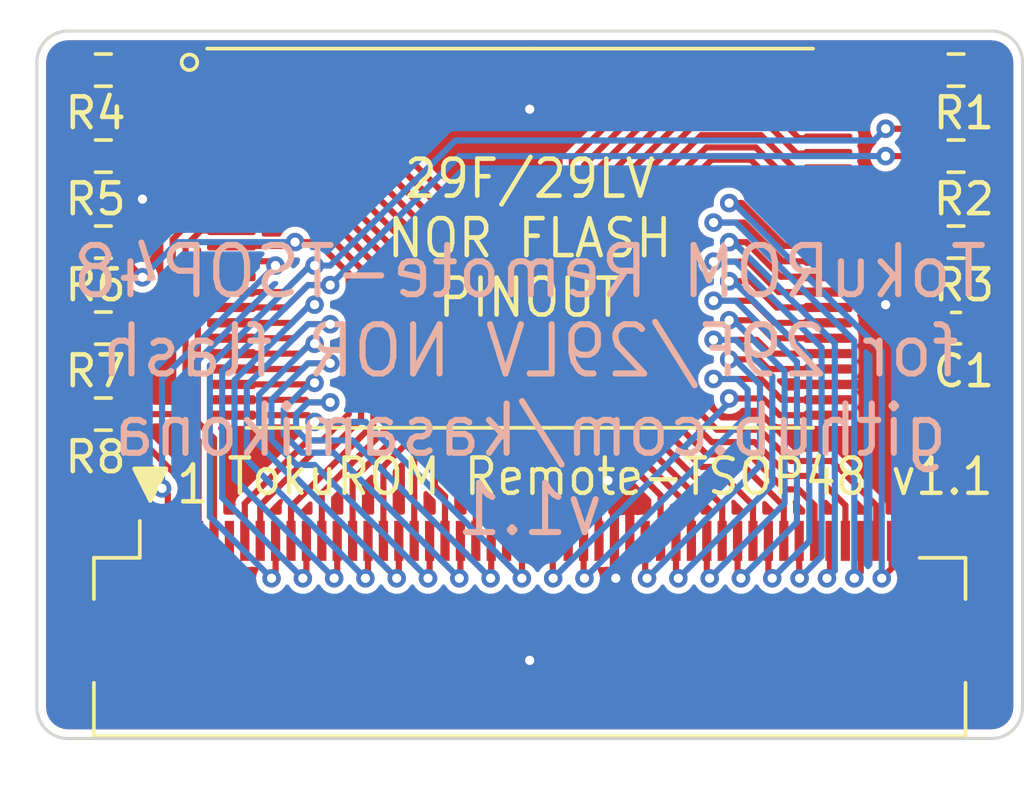
<source format=kicad_pcb>
(kicad_pcb (version 20221018) (generator pcbnew)
  (title_block (title "TokuROM Remote-TSOP48") (rev "1.1") (company "github.com/kasamikona/TokuROM"))
  (layers (0 "F.Cu" signal) (31 "B.Cu" signal) (34 "B.Paste" user) (35 "F.Paste" user) (36 "B.SilkS" user "B.Silkscreen") (37 "F.SilkS" user "F.Silkscreen") (38 "B.Mask" user) (39 "F.Mask" user) (44 "Edge.Cuts" user))
  (net 0 "")
  (net 1 "/A17")
  (net 2 "/A8")
  (net 3 "/A7")
  (net 4 "/A9")
  (net 5 "/A6")
  (net 6 "/A10")
  (net 7 "/A5")
  (net 8 "/A11")
  (net 9 "/A4")
  (net 10 "/A12")
  (net 11 "/A3")
  (net 12 "/A13")
  (net 13 "/A2")
  (net 14 "/A14")
  (net 15 "/A1")
  (net 16 "/A15")
  (net 17 "/A0")
  (net 18 "/A16")
  (net 19 "/CE")
  (net 20 "/BYTE")
  (net 21 "/GND")
  (net 22 "/OE")
  (net 23 "/D15")
  (net 24 "/D0")
  (net 25 "/D7")
  (net 26 "/D8")
  (net 27 "/D14")
  (net 28 "/D1")
  (net 29 "/D6")
  (net 30 "/D9")
  (net 31 "/D13")
  (net 32 "/D2")
  (net 33 "/D5")
  (net 34 "/D10")
  (net 35 "/D12")
  (net 36 "/D3")
  (net 37 "/D4")
  (net 38 "/D11")
  (net 39 "/VCC")
  (net 40 "/A21")
  (net 41 "/A18")
  (net 42 "/A19")
  (net 43 "/A20")
  (net 44 "/A22")
  (net 45 "/_WPACC")
  (net 46 "/_WE")
  (net 47 "/_RESET")
  (net 48 "/_RYBY")
  (footprint "Resistor_SMD:R_0603_1608Metric_Pad0.98x0.95mm_HandSolder" (layer "F.Cu") (at 16.002 18.034 180)
    (fp_text reference "R5")
    (fp_text value "10K")
  )
  (footprint "Resistor_SMD:R_0603_1608Metric_Pad0.98x0.95mm_HandSolder" (layer "F.Cu") (at 43.688 15.24)
    (fp_text reference "R1")
    (fp_text value "10K")
  )
  (footprint "Resistor_SMD:R_0603_1608Metric_Pad0.98x0.95mm_HandSolder" (layer "F.Cu") (at 16.002 15.24 180)
    (fp_text reference "R4")
    (fp_text value "10K")
  )
  (footprint "Resistor_SMD:R_0603_1608Metric_Pad0.98x0.95mm_HandSolder" (layer "F.Cu") (at 16.002 23.622 180)
    (fp_text reference "R7")
    (fp_text value "10K")
  )
  (footprint "Resistor_SMD:R_0603_1608Metric_Pad0.98x0.95mm_HandSolder" (layer "F.Cu") (at 16.002 20.828 180)
    (fp_text reference "R6")
    (fp_text value "10K")
  )
  (footprint "Resistor_SMD:R_0603_1608Metric_Pad0.98x0.95mm_HandSolder" (layer "F.Cu") (at 43.688 20.828)
    (fp_text reference "R3")
    (fp_text value "10K")
  )
  (footprint "Tokurom-Parts:FFC-50" (layer "F.Cu") (at 29.845 32.385)
    (fp_text reference "J1" hide)
    (fp_text value "FFC-50")
  )
  (footprint "Resistor_SMD:R_0603_1608Metric_Pad0.98x0.95mm_HandSolder" (layer "F.Cu") (at 16.002 26.416 180)
    (fp_text reference "R8")
    (fp_text value "10K")
  )
  (footprint "Tokurom-Parts:SolderPad-Small_Custom" (layer "F.Cu") (at 15.494 29.591 -90)
    (fp_text reference "J6" hide)
    (fp_text value "SHIELD")
  )
  (footprint "Package_SO:TSOP-I-48_18.4x12mm_P0.5mm" (layer "F.Cu") (at 29.845 20.701)
    (fp_text reference "U1" hide)
    (fp_text value "TSOP-48")
  )
  (footprint "Resistor_SMD:R_0603_1608Metric_Pad0.98x0.95mm_HandSolder" (layer "F.Cu") (at 43.688 18.034)
    (fp_text reference "R2")
    (fp_text value "10K")
  )
  (footprint "Capacitor_SMD:C_0603_1608Metric_Pad1.08x0.95mm_HandSolder" (layer "F.Cu") (at 43.688 23.622)
    (fp_text reference "C1")
    (fp_text value "100n")
  )
  (gr_circle (center 18.796 14.986) (end 19.05 14.986) (stroke (width 0.12)) (fill none) (layer "F.SilkS"))
  (gr_poly (pts (xy 17.526 29.21) (xy 18.034 28.194) (xy 17.018 28.194)) (stroke (width 0.15)) (fill solid) (layer "F.SilkS"))
  (gr_arc (start 45.847 35.941) (mid 45.54942 36.65942) (end 44.831 36.957) (stroke (width 0.1)) (layer "Edge.Cuts"))
  (gr_arc (start 44.831 13.97) (mid 45.54942 14.26758) (end 45.847 14.986) (stroke (width 0.1)) (layer "Edge.Cuts"))
  (gr_line (start 44.831 36.957) (end 14.859 36.957) (stroke (width 0.1)) (layer "Edge.Cuts"))
  (gr_arc (start 14.859 36.957) (mid 14.14058 36.65942) (end 13.843 35.941) (stroke (width 0.1)) (layer "Edge.Cuts"))
  (gr_line (start 45.847 14.986) (end 45.847 35.941) (stroke (width 0.1)) (layer "Edge.Cuts"))
  (gr_line (start 14.859 13.97) (end 44.831 13.97) (stroke (width 0.1)) (layer "Edge.Cuts"))
  (gr_line (start 13.843 35.941) (end 13.843 14.986) (stroke (width 0.1)) (layer "Edge.Cuts"))
  (gr_arc (start 13.843 14.986) (mid 14.14058 14.26758) (end 14.859 13.97) (stroke (width 0.1)) (layer "Edge.Cuts"))
  (gr_text "TokuROM Remote-TSOP48\nfor 29F/29LV NOR flash\ngithub.com/kasamikona\nv${REVISION}" (at 29.845 25.654) (layer "B.SilkS") (effects (font (size 1.6 1.5) (thickness 0.2)) (justify mirror)))
  (gr_text "29F/29LV\nNOR FLASH\nPINOUT" (at 29.845 20.701) (layer "F.SilkS") (effects (font (size 1.2 1.1))))
  (gr_text "TokuROM Remote-TSOP48 v${REVISION}" (at 19.939 28.448) (layer "F.SilkS") (effects (font (size 1.15 1.05) (thickness 0.144)) (justify left)))
  (gr_text "1" (at 18.288 28.702) (layer "F.SilkS") (effects (font (size 1.2 1.1)) (justify left)))
  (segment (start 22.646471 22.225) (end 23.368 22.225) (width 0.2) (layer "F.Cu") (net 1))
  (segment (start 20.1575 22.951) (end 21.920471 22.951) (width 0.2) (layer "F.Cu") (net 1))
  (segment (start 22.595 30.535) (end 22.595 31.634) (width 0.2) (layer "F.Cu") (net 1))
  (segment (start 21.920471 22.951) (end 22.646471 22.225) (width 0.2) (layer "F.Cu") (net 1))
  (segment (start 22.595 31.634) (end 22.479 31.75) (width 0.2) (layer "F.Cu") (net 1))
  (segment (start 42.7755 18.034) (end 41.402 18.034) (width 0.2) (layer "F.Cu") (net 1))
  (via (at 22.479 31.75) (size 0.6) (drill 0.3) (layers "F.Cu" "B.Cu") (net 1))
  (via (at 23.368 22.225) (size 0.6) (drill 0.3) (layers "F.Cu" "B.Cu") (net 1))
  (via (at 41.402 18.034) (size 0.6) (drill 0.3) (layers "F.Cu" "B.Cu") (net 1))
  (segment (start 27.559 18.034) (end 41.402 18.034) (width 0.2) (layer "B.Cu") (net 1))
  (segment (start 19.86 25.011471) (end 19.86 29.131) (width 0.2) (layer "B.Cu") (net 1))
  (segment (start 23.368 22.225) (end 22.646471 22.225) (width 0.2) (layer "B.Cu") (net 1))
  (segment (start 22.646471 22.225) (end 19.86 25.011471) (width 0.2) (layer "B.Cu") (net 1))
  (segment (start 19.86 29.131) (end 22.479 31.75) (width 0.2) (layer "B.Cu") (net 1))
  (segment (start 23.368 22.225) (end 27.559 18.034) (width 0.2) (layer "B.Cu") (net 1))
  (segment (start 25.168 26.913058) (end 25.168 21.328314) (width 0.2) (layer "F.Cu") (net 2))
  (segment (start 23.095 28.986058) (end 25.168 26.913058) (width 0.2) (layer "F.Cu") (net 2))
  (segment (start 23.095 30.535) (end 23.095 28.986058) (width 0.2) (layer "F.Cu") (net 2))
  (segment (start 22.290686 18.451) (end 20.1575 18.451) (width 0.2) (layer "F.Cu") (net 2))
  (segment (start 25.168 21.328314) (end 22.290686 18.451) (width 0.2) (layer "F.Cu") (net 2))
  (segment (start 23.595 31.65) (end 23.495 31.75) (width 0.2) (layer "F.Cu") (net 3))
  (segment (start 20.1575 23.451) (end 22.124785 23.451) (width 0.2) (layer "F.Cu") (net 3))
  (segment (start 22.715785 22.86) (end 22.86 22.86) (width 0.2) (layer "F.Cu") (net 3))
  (segment (start 23.595 30.535) (end 23.595 31.65) (width 0.2) (layer "F.Cu") (net 3))
  (segment (start 22.124785 23.451) (end 22.715785 22.86) (width 0.2) (layer "F.Cu") (net 3))
  (via (at 23.495 31.75) (size 0.6) (drill 0.3) (layers "F.Cu" "B.Cu") (net 3))
  (via (at 22.86 22.86) (size 0.6) (drill 0.3) (layers "F.Cu" "B.Cu") (net 3))
  (segment (start 20.26 28.515) (end 23.495 31.75) (width 0.2) (layer "B.Cu") (net 3))
  (segment (start 22.715785 22.86) (end 20.26 25.315785) (width 0.2) (layer "B.Cu") (net 3))
  (segment (start 20.26 25.315785) (end 20.26 28.515) (width 0.2) (layer "B.Cu") (net 3))
  (segment (start 22.86 22.86) (end 22.715785 22.86) (width 0.2) (layer "B.Cu") (net 3))
  (segment (start 24.095 28.551744) (end 25.568 27.078743) (width 0.2) (layer "F.Cu") (net 4))
  (segment (start 25.568 27.078743) (end 25.568 21.162628) (width 0.2) (layer "F.Cu") (net 4))
  (segment (start 22.356372 17.951) (end 20.1575 17.951) (width 0.2) (layer "F.Cu") (net 4))
  (segment (start 24.095 30.535) (end 24.095 28.551744) (width 0.2) (layer "F.Cu") (net 4))
  (segment (start 25.568 21.162628) (end 22.356372 17.951) (width 0.2) (layer "F.Cu") (net 4))
  (segment (start 24.595 30.535) (end 24.595 31.666) (width 0.2) (layer "F.Cu") (net 5))
  (segment (start 22.646471 23.495) (end 23.368 23.495) (width 0.2) (layer "F.Cu") (net 5))
  (segment (start 24.595 31.666) (end 24.511 31.75) (width 0.2) (layer "F.Cu") (net 5))
  (segment (start 22.190471 23.951) (end 22.646471 23.495) (width 0.2) (layer "F.Cu") (net 5))
  (segment (start 20.1575 23.951) (end 22.190471 23.951) (width 0.2) (layer "F.Cu") (net 5))
  (via (at 24.511 31.75) (size 0.6) (drill 0.3) (layers "F.Cu" "B.Cu") (net 5))
  (via (at 23.368 23.495) (size 0.6) (drill 0.3) (layers "F.Cu" "B.Cu") (net 5))
  (segment (start 20.66 25.481471) (end 20.66 27.899) (width 0.2) (layer "B.Cu") (net 5))
  (segment (start 23.368 23.495) (end 22.646471 23.495) (width 0.2) (layer "B.Cu") (net 5))
  (segment (start 20.66 27.899) (end 24.511 31.75) (width 0.2) (layer "B.Cu") (net 5))
  (segment (start 22.646471 23.495) (end 20.66 25.481471) (width 0.2) (layer "B.Cu") (net 5))
  (segment (start 25.968 27.24443) (end 25.968 20.996942) (width 0.2) (layer "F.Cu") (net 6))
  (segment (start 25.095 28.11743) (end 25.968 27.24443) (width 0.2) (layer "F.Cu") (net 6))
  (segment (start 25.968 20.996942) (end 22.422058 17.451) (width 0.2) (layer "F.Cu") (net 6))
  (segment (start 22.422058 17.451) (end 20.1575 17.451) (width 0.2) (layer "F.Cu") (net 6))
  (segment (start 25.095 30.535) (end 25.095 28.11743) (width 0.2) (layer "F.Cu") (net 6))
  (segment (start 25.595 31.682) (end 25.527 31.75) (width 0.2) (layer "F.Cu") (net 7))
  (segment (start 22.715785 24.13) (end 22.86 24.13) (width 0.2) (layer "F.Cu") (net 7))
  (segment (start 22.394785 24.451) (end 22.715785 24.13) (width 0.2) (layer "F.Cu") (net 7))
  (segment (start 20.1575 24.451) (end 22.394785 24.451) (width 0.2) (layer "F.Cu") (net 7))
  (segment (start 25.595 30.535) (end 25.595 31.682) (width 0.2) (layer "F.Cu") (net 7))
  (via (at 25.527 31.75) (size 0.6) (drill 0.3) (layers "F.Cu" "B.Cu") (net 7))
  (via (at 22.86 24.13) (size 0.6) (drill 0.3) (layers "F.Cu" "B.Cu") (net 7))
  (segment (start 21.06 25.785785) (end 22.715785 24.13) (width 0.2) (layer "B.Cu") (net 7))
  (segment (start 22.114413 28.469999) (end 21.06 27.415584) (width 0.2) (layer "B.Cu") (net 7))
  (segment (start 21.06 27.415584) (end 21.06 25.785785) (width 0.2) (layer "B.Cu") (net 7))
  (segment (start 22.715785 24.13) (end 22.86 24.13) (width 0.2) (layer "B.Cu") (net 7))
  (segment (start 22.246999 28.469999) (end 25.527 31.75) (width 0.2) (layer "B.Cu") (net 7))
  (segment (start 22.114413 28.469999) (end 22.246999 28.469999) (width 0.2) (layer "B.Cu") (net 7))
  (segment (start 26.095 27.683116) (end 26.368 27.410115) (width 0.2) (layer "F.Cu") (net 8))
  (segment (start 26.368 20.831256) (end 22.487744 16.951) (width 0.2) (layer "F.Cu") (net 8))
  (segment (start 22.487744 16.951) (end 20.1575 16.951) (width 0.2) (layer "F.Cu") (net 8))
  (segment (start 26.095 30.535) (end 26.095 27.683116) (width 0.2) (layer "F.Cu") (net 8))
  (segment (start 26.368 27.410115) (end 26.368 20.831256) (width 0.2) (layer "F.Cu") (net 8))
  (segment (start 22.646471 24.765) (end 23.368 24.765) (width 0.2) (layer "F.Cu") (net 9))
  (segment (start 20.1575 24.951) (end 22.460471 24.951) (width 0.2) (layer "F.Cu") (net 9))
  (segment (start 26.595 31.698) (end 26.543 31.75) (width 0.2) (layer "F.Cu") (net 9))
  (segment (start 22.460471 24.951) (end 22.646471 24.765) (width 0.2) (layer "F.Cu") (net 9))
  (segment (start 26.595 30.535) (end 26.595 31.698) (width 0.2) (layer "F.Cu") (net 9))
  (via (at 26.543 31.75) (size 0.6) (drill 0.3) (layers "F.Cu" "B.Cu") (net 9))
  (via (at 23.368 24.765) (size 0.6) (drill 0.3) (layers "F.Cu" "B.Cu") (net 9))
  (segment (start 21.46 27.249899) (end 22.280099 28.069999) (width 0.2) (layer "B.Cu") (net 9))
  (segment (start 21.46 25.951471) (end 21.46 27.249899) (width 0.2) (layer "B.Cu") (net 9))
  (segment (start 22.646471 24.765) (end 21.46 25.951471) (width 0.2) (layer "B.Cu") (net 9))
  (segment (start 22.862999 28.069999) (end 26.543 31.75) (width 0.2) (layer "B.Cu") (net 9))
  (segment (start 23.368 24.765) (end 22.646471 24.765) (width 0.2) (layer "B.Cu") (net 9))
  (segment (start 22.280099 28.069999) (end 22.862999 28.069999) (width 0.2) (layer "B.Cu") (net 9))
  (segment (start 26.768 20.665571) (end 26.768 28.756) (width 0.2) (layer "F.Cu") (net 10))
  (segment (start 26.768 28.756) (end 27.095 29.083) (width 0.2) (layer "F.Cu") (net 10))
  (segment (start 20.1575 16.451) (end 22.55343 16.451) (width 0.2) (layer "F.Cu") (net 10))
  (segment (start 22.55343 16.451) (end 26.768 20.665571) (width 0.2) (layer "F.Cu") (net 10))
  (segment (start 27.095 29.083) (end 27.095 30.535) (width 0.2) (layer "F.Cu") (net 10))
  (segment (start 20.1575 25.451) (end 22.809 25.451) (width 0.2) (layer "F.Cu") (net 11))
  (segment (start 27.595 30.535) (end 27.595 31.714) (width 0.2) (layer "F.Cu") (net 11))
  (segment (start 27.595 31.714) (end 27.559 31.75) (width 0.2) (layer "F.Cu") (net 11))
  (segment (start 22.809 25.451) (end 22.86 25.4) (width 0.2) (layer "F.Cu") (net 11))
  (via (at 27.559 31.75) (size 0.6) (drill 0.3) (layers "F.Cu" "B.Cu") (net 11))
  (via (at 22.86 25.4) (size 0.6) (drill 0.3) (layers "F.Cu" "B.Cu") (net 11))
  (segment (start 21.86 26.255785) (end 21.86 27.084214) (width 0.2) (layer "B.Cu") (net 11))
  (segment (start 22.445785 27.67) (end 23.479 27.67) (width 0.2) (layer "B.Cu") (net 11))
  (segment (start 21.86 27.084214) (end 22.445785 27.67) (width 0.2) (layer "B.Cu") (net 11))
  (segment (start 22.86 25.4) (end 22.715785 25.4) (width 0.2) (layer "B.Cu") (net 11))
  (segment (start 22.715785 25.4) (end 21.86 26.255785) (width 0.2) (layer "B.Cu") (net 11))
  (segment (start 23.479 27.67) (end 27.559 31.75) (width 0.2) (layer "B.Cu") (net 11))
  (segment (start 27.168 28.156) (end 28.095 29.083) (width 0.2) (layer "F.Cu") (net 12))
  (segment (start 22.619115 15.951) (end 27.168 20.499886) (width 0.2) (layer "F.Cu") (net 12))
  (segment (start 20.1575 15.951) (end 22.619115 15.951) (width 0.2) (layer "F.Cu") (net 12))
  (segment (start 27.168 20.499886) (end 27.168 28.156) (width 0.2) (layer "F.Cu") (net 12))
  (segment (start 28.095 29.083) (end 28.095 30.535) (width 0.2) (layer "F.Cu") (net 12))
  (segment (start 28.595 30.535) (end 28.595 31.73) (width 0.2) (layer "F.Cu") (net 13))
  (segment (start 22.562471 25.951) (end 22.646471 26.035) (width 0.2) (layer "F.Cu") (net 13))
  (segment (start 20.1575 25.951) (end 22.562471 25.951) (width 0.2) (layer "F.Cu") (net 13))
  (segment (start 28.595 31.73) (end 28.575 31.75) (width 0.2) (layer "F.Cu") (net 13))
  (segment (start 22.646471 26.035) (end 23.368 26.035) (width 0.2) (layer "F.Cu") (net 13))
  (via (at 28.575 31.75) (size 0.6) (drill 0.3) (layers "F.Cu" "B.Cu") (net 13))
  (via (at 23.368 26.035) (size 0.6) (drill 0.3) (layers "F.Cu" "B.Cu") (net 13))
  (segment (start 22.26 26.918529) (end 22.611471 27.27) (width 0.2) (layer "B.Cu") (net 13))
  (segment (start 24.095 27.27) (end 28.575 31.75) (width 0.2) (layer "B.Cu") (net 13))
  (segment (start 22.26 26.421471) (end 22.26 26.918529) (width 0.2) (layer "B.Cu") (net 13))
  (segment (start 22.611471 27.27) (end 24.095 27.27) (width 0.2) (layer "B.Cu") (net 13))
  (segment (start 22.646471 26.035) (end 22.26 26.421471) (width 0.2) (layer "B.Cu") (net 13))
  (segment (start 23.368 26.035) (end 22.646471 26.035) (width 0.2) (layer "B.Cu") (net 13))
  (segment (start 27.238901 20.005099) (end 27.568 20.334201) (width 0.2) (layer "F.Cu") (net 14))
  (segment (start 20.1575 15.451) (end 22.684801 15.451) (width 0.2) (layer "F.Cu") (net 14))
  (segment (start 27.568 27.556) (end 29.095 29.083) (width 0.2) (layer "F.Cu") (net 14))
  (segment (start 27.568 20.334201) (end 27.568 27.556) (width 0.2) (layer "F.Cu") (net 14))
  (segment (start 22.684801 15.451) (end 27.238901 20.005099) (width 0.2) (layer "F.Cu") (net 14))
  (segment (start 29.095 29.083) (end 29.095 30.535) (width 0.2) (layer "F.Cu") (net 14))
  (segment (start 29.595 30.535) (end 29.595 31.746) (width 0.2) (layer "F.Cu") (net 15))
  (segment (start 22.641 26.451) (end 22.86 26.67) (width 0.2) (layer "F.Cu") (net 15))
  (segment (start 29.595 31.746) (end 29.591 31.75) (width 0.2) (layer "F.Cu") (net 15))
  (segment (start 20.1575 26.451) (end 22.641 26.451) (width 0.2) (layer "F.Cu") (net 15))
  (via (at 29.591 31.75) (size 0.6) (drill 0.3) (layers "F.Cu" "B.Cu") (net 15))
  (via (at 22.86 26.67) (size 0.6) (drill 0.3) (layers "F.Cu" "B.Cu") (net 15))
  (segment (start 24.511 26.67) (end 29.591 31.75) (width 0.2) (layer "B.Cu") (net 15))
  (segment (start 22.86 26.67) (end 24.511 26.67) (width 0.2) (layer "B.Cu") (net 15))
  (segment (start 22.755685 14.951) (end 27.968 20.163316) (width 0.2) (layer "F.Cu") (net 16))
  (segment (start 27.967999 26.955999) (end 30.095 29.083) (width 0.2) (layer "F.Cu") (net 16))
  (segment (start 27.968 20.163316) (end 27.967999 26.955999) (width 0.2) (layer "F.Cu") (net 16))
  (segment (start 30.095 29.083) (end 30.095 30.535) (width 0.2) (layer "F.Cu") (net 16))
  (segment (start 20.1575 14.951) (end 22.755685 14.951) (width 0.2) (layer "F.Cu") (net 16))
  (segment (start 37.423638 25.908) (end 37.966638 26.451) (width 0.2) (layer "F.Cu") (net 17))
  (segment (start 30.595 31.738) (end 30.607 31.75) (width 0.2) (layer "F.Cu") (net 17))
  (segment (start 36.322 25.908) (end 37.423638 25.908) (width 0.2) (layer "F.Cu") (net 17))
  (segment (start 37.966638 26.451) (end 39.5325 26.451) (width 0.2) (layer "F.Cu") (net 17))
  (segment (start 30.595 30.535) (end 30.595 31.738) (width 0.2) (layer "F.Cu") (net 17))
  (via (at 30.607 31.75) (size 0.6) (drill 0.3) (layers "F.Cu" "B.Cu") (net 17))
  (via (at 36.322 25.908) (size 0.6) (drill 0.3) (layers "F.Cu" "B.Cu") (net 17))
  (segment (start 36.322 26.035) (end 36.322 25.908) (width 0.2) (layer "B.Cu") (net 17))
  (segment (start 30.607 31.75) (end 36.322 26.035) (width 0.2) (layer "B.Cu") (net 17))
  (segment (start 34.423614 14.951001) (end 31.214 18.160616) (width 0.2) (layer "F.Cu") (net 18))
  (segment (start 42.7755 15.24) (end 42.4865 14.951) (width 0.2) (layer "F.Cu") (net 18))
  (segment (start 31.214 28.964) (end 31.095 29.083) (width 0.2) (layer "F.Cu") (net 18))
  (segment (start 31.095 29.083) (end 31.095 30.535) (width 0.2) (layer "F.Cu") (net 18))
  (segment (start 42.4865 14.951) (end 39.5325 14.951) (width 0.2) (layer "F.Cu") (net 18))
  (segment (start 39.5325 14.951) (end 34.423614 14.951001) (width 0.2) (layer "F.Cu") (net 18))
  (segment (start 31.214 18.160616) (end 31.214 28.964) (width 0.2) (layer "F.Cu") (net 18))
  (segment (start 31.595 30.535) (end 31.595 31.722) (width 0.2) (layer "F.Cu") (net 19))
  (segment (start 31.595 31.722) (end 31.623 31.75) (width 0.2) (layer "F.Cu") (net 19))
  (segment (start 35.814 25.273) (end 37.354323 25.273) (width 0.2) (layer "F.Cu") (net 19))
  (segment (start 38.032323 25.951) (end 39.5325 25.951) (width 0.2) (layer "F.Cu") (net 19))
  (segment (start 37.354323 25.273) (end 38.032323 25.951) (width 0.2) (layer "F.Cu") (net 19))
  (via (at 35.814 25.273) (size 0.6) (drill 0.3) (layers "F.Cu" "B.Cu") (net 19))
  (via (at 31.623 31.75) (size 0.6) (drill 0.3) (layers "F.Cu" "B.Cu") (net 19))
  (segment (start 35.814 25.273) (end 36.576 25.273) (width 0.2) (layer "B.Cu") (net 19))
  (segment (start 36.576 25.273) (end 36.922 25.619) (width 0.2) (layer "B.Cu") (net 19))
  (segment (start 36.922 25.619) (end 36.922 26.451) (width 0.2) (layer "B.Cu") (net 19))
  (segment (start 36.922 26.451) (end 31.623 31.75) (width 0.2) (layer "B.Cu") (net 19))
  (segment (start 38.581 15.451) (end 38.481 15.351) (width 0.2) (layer "F.Cu") (net 20))
  (segment (start 31.614 28.9) (end 32.095 29.381) (width 0.2) (layer "F.Cu") (net 20))
  (segment (start 39.5325 15.451) (end 38.581 15.451) (width 0.2) (layer "F.Cu") (net 20))
  (segment (start 31.614 18.326301) (end 31.614 28.9) (width 0.2) (layer "F.Cu") (net 20))
  (segment (start 38.481 15.351) (end 34.5893 15.351001) (width 0.2) (layer "F.Cu") (net 20))
  (segment (start 34.5893 15.351001) (end 31.614 18.326301) (width 0.2) (layer "F.Cu") (net 20))
  (segment (start 32.095 29.381) (end 32.095 30.535) (width 0.2) (layer "F.Cu") (net 20))
  (via (at 32.385 28.575) (size 0.6) (drill 0.3) (layers "F.Cu" "B.Cu") (net 21))
  (via (at 17.272 19.431) (size 0.6) (drill 0.3) (layers "F.Cu" "B.Cu") (net 21))
  (via (at 29.845 16.51) (size 0.6) (drill 0.3) (layers "F.Cu" "B.Cu") (net 21))
  (via (at 32.639 31.75) (size 0.6) (drill 0.3) (layers "F.Cu" "B.Cu") (net 21))
  (via (at 41.402 22.86) (size 0.6) (drill 0.3) (layers "F.Cu" "B.Cu") (net 21))
  (via (at 29.845 34.417) (size 0.6) (drill 0.3) (layers "F.Cu" "B.Cu") (net 21))
  (segment (start 33.595 31.69) (end 33.655 31.75) (width 0.2) (layer "F.Cu") (net 22))
  (segment (start 37.285009 24.638) (end 37.598009 24.951) (width 0.2) (layer "F.Cu") (net 22))
  (segment (start 36.322 24.638) (end 37.285009 24.638) (width 0.2) (layer "F.Cu") (net 22))
  (segment (start 37.598009 24.951) (end 39.5325 24.951) (width 0.2) (layer "F.Cu") (net 22))
  (segment (start 33.595 30.535) (end 33.595 31.69) (width 0.2) (layer "F.Cu") (net 22))
  (via (at 33.655 31.75) (size 0.6) (drill 0.3) (layers "F.Cu" "B.Cu") (net 22))
  (via (at 36.322 24.638) (size 0.6) (drill 0.3) (layers "F.Cu" "B.Cu") (net 22))
  (segment (start 37.322 28.083) (end 33.655 31.75) (width 0.2) (layer "B.Cu") (net 22))
  (segment (start 36.506686 24.638) (end 37.322 25.453314) (width 0.2) (layer "B.Cu") (net 22))
  (segment (start 37.322 25.453314) (end 37.322 28.083) (width 0.2) (layer "B.Cu") (net 22))
  (segment (start 36.322 24.638) (end 36.506686 24.638) (width 0.2) (layer "B.Cu") (net 22))
  (segment (start 32.014 18.491991) (end 32.014 26.974016) (width 0.2) (layer "F.Cu") (net 23))
  (segment (start 38.01467 15.751) (end 34.754986 15.751001) (width 0.2) (layer "F.Cu") (net 23))
  (segment (start 39.5325 16.451) (end 38.71467 16.451) (width 0.2) (layer "F.Cu") (net 23))
  (segment (start 34.754986 15.751001) (end 32.014 18.491991) (width 0.2) (layer "F.Cu") (net 23))
  (segment (start 32.014 26.974016) (end 34.095 29.055015) (width 0.2) (layer "F.Cu") (net 23))
  (segment (start 38.71467 16.451) (end 38.01467 15.751) (width 0.2) (layer "F.Cu") (net 23))
  (segment (start 34.095 29.055015) (end 34.095 30.535) (width 0.2) (layer "F.Cu") (net 23))
  (segment (start 34.595 30.535) (end 34.595 31.674) (width 0.2) (layer "F.Cu") (net 24))
  (segment (start 35.814 24.003) (end 37.215695 24.003) (width 0.2) (layer "F.Cu") (net 24))
  (segment (start 34.595 31.674) (end 34.671 31.75) (width 0.2) (layer "F.Cu") (net 24))
  (segment (start 37.215695 24.003) (end 37.663695 24.451) (width 0.2) (layer "F.Cu") (net 24))
  (segment (start 37.663695 24.451) (end 39.5325 24.451) (width 0.2) (layer "F.Cu") (net 24))
  (via (at 35.814 24.003) (size 0.6) (drill 0.3) (layers "F.Cu" "B.Cu") (net 24))
  (via (at 34.671 31.75) (size 0.6) (drill 0.3) (layers "F.Cu" "B.Cu") (net 24))
  (segment (start 35.814 24.003) (end 36.535529 24.003) (width 0.2) (layer "B.Cu") (net 24))
  (segment (start 36.535529 24.003) (end 37.722 25.189471) (width 0.2) (layer "B.Cu") (net 24))
  (segment (start 37.722 28.699) (end 34.671 31.75) (width 0.2) (layer "B.Cu") (net 24))
  (segment (start 37.722 25.189471) (end 37.722 28.699) (width 0.2) (layer "B.Cu") (net 24))
  (segment (start 35.095 30.535) (end 35.095 29.489328) (width 0.2) (layer "F.Cu") (net 25))
  (segment (start 34.920672 16.151) (end 37.848984 16.151) (width 0.2) (layer "F.Cu") (net 25))
  (segment (start 32.414 18.657676) (end 34.920672 16.151) (width 0.2) (layer "F.Cu") (net 25))
  (segment (start 38.648984 16.951) (end 39.5325 16.951) (width 0.2) (layer "F.Cu") (net 25))
  (segment (start 32.414 26.808329) (end 32.414 18.657676) (width 0.2) (layer "F.Cu") (net 25))
  (segment (start 35.095 29.489328) (end 32.414 26.808329) (width 0.2) (layer "F.Cu") (net 25))
  (segment (start 37.848984 16.151) (end 38.648984 16.951) (width 0.2) (layer "F.Cu") (net 25))
  (segment (start 37.146381 23.368) (end 37.72938 23.951) (width 0.2) (layer "F.Cu") (net 26))
  (segment (start 36.322 23.368) (end 37.146381 23.368) (width 0.2) (layer "F.Cu") (net 26))
  (segment (start 35.595 31.658) (end 35.687 31.75) (width 0.2) (layer "F.Cu") (net 26))
  (segment (start 37.72938 23.951) (end 39.5325 23.951) (width 0.2) (layer "F.Cu") (net 26))
  (segment (start 35.595 30.535) (end 35.595 31.658) (width 0.2) (layer "F.Cu") (net 26))
  (via (at 36.322 23.368) (size 0.6) (drill 0.3) (layers "F.Cu" "B.Cu") (net 26))
  (via (at 35.687 31.75) (size 0.6) (drill 0.3) (layers "F.Cu" "B.Cu") (net 26))
  (segment (start 36.466215 23.368) (end 38.122 25.023785) (width 0.2) (layer "B.Cu") (net 26))
  (segment (start 38.122 29.315) (end 35.687 31.75) (width 0.2) (layer "B.Cu") (net 26))
  (segment (start 38.122 25.023785) (end 38.122 29.315) (width 0.2) (layer "B.Cu") (net 26))
  (segment (start 36.322 23.368) (end 36.466215 23.368) (width 0.2) (layer "B.Cu") (net 26))
  (segment (start 35.102358 28.931001) (end 35.645 28.931) (width 0.2) (layer "F.Cu") (net 27))
  (segment (start 35.645 28.931) (end 36.095 29.381) (width 0.2) (layer "F.Cu") (net 27))
  (segment (start 32.814 18.823361) (end 32.814 26.642643) (width 0.2) (layer "F.Cu") (net 27))
  (segment (start 35.086355 16.551002) (end 32.814 18.823361) (width 0.2) (layer "F.Cu") (net 27))
  (segment (start 32.814 26.642643) (end 35.102358 28.931001) (width 0.2) (layer "F.Cu") (net 27))
  (segment (start 39.5325 17.451) (end 38.583298 17.451) (width 0.2) (layer "F.Cu") (net 27))
  (segment (start 37.683298 16.551) (end 35.086355 16.551002) (width 0.2) (layer "F.Cu") (net 27))
  (segment (start 36.095 29.381) (end 36.095 30.535) (width 0.2) (layer "F.Cu") (net 27))
  (segment (start 38.583298 17.451) (end 37.683298 16.551) (width 0.2) (layer "F.Cu") (net 27))
  (segment (start 35.814 22.733) (end 37.077067 22.733) (width 0.2) (layer "F.Cu") (net 28))
  (segment (start 37.795066 23.451) (end 39.5325 23.451) (width 0.2) (layer "F.Cu") (net 28))
  (segment (start 36.595 30.535) (end 36.595 31.642) (width 0.2) (layer "F.Cu") (net 28))
  (segment (start 36.595 31.642) (end 36.703 31.75) (width 0.2) (layer "F.Cu") (net 28))
  (segment (start 37.077067 22.733) (end 37.795066 23.451) (width 0.2) (layer "F.Cu") (net 28))
  (via (at 35.814 22.733) (size 0.6) (drill 0.3) (layers "F.Cu" "B.Cu") (net 28))
  (via (at 36.703 31.75) (size 0.6) (drill 0.3) (layers "F.Cu" "B.Cu") (net 28))
  (segment (start 38.522 29.931) (end 36.703 31.75) (width 0.2) (layer "B.Cu") (net 28))
  (segment (start 35.814 22.733) (end 36.535529 22.733) (width 0.2) (layer "B.Cu") (net 28))
  (segment (start 38.522 24.719471) (end 38.522 29.931) (width 0.2) (layer "B.Cu") (net 28))
  (segment (start 36.535529 22.733) (end 38.522 24.719471) (width 0.2) (layer "B.Cu") (net 28))
  (segment (start 37.517612 16.951) (end 35.252041 16.951002) (width 0.2) (layer "F.Cu") (net 29))
  (segment (start 39.5325 17.951) (end 38.517612 17.951) (width 0.2) (layer "F.Cu") (net 29))
  (segment (start 35.252041 16.951002) (end 33.214 18.989046) (width 0.2) (layer "F.Cu") (net 29))
  (segment (start 35.268044 28.531001) (end 36.245001 28.531001) (width 0.2) (layer "F.Cu") (net 29))
  (segment (start 38.517612 17.951) (end 37.517612 16.951) (width 0.2) (layer "F.Cu") (net 29))
  (segment (start 33.214 26.476957) (end 35.268044 28.531001) (width 0.2) (layer "F.Cu") (net 29))
  (segment (start 37.095 29.381) (end 37.095 30.535) (width 0.2) (layer "F.Cu") (net 29))
  (segment (start 36.245001 28.531001) (end 37.095 29.381) (width 0.2) (layer "F.Cu") (net 29))
  (segment (start 33.214 18.989046) (end 33.214 26.476957) (width 0.2) (layer "F.Cu") (net 29))
  (segment (start 36.322 22.098) (end 37.007752 22.098) (width 0.2) (layer "F.Cu") (net 30))
  (segment (start 37.595 30.535) (end 37.595 31.626) (width 0.2) (layer "F.Cu") (net 30))
  (segment (start 37.595 31.626) (end 37.719 31.75) (width 0.2) (layer "F.Cu") (net 30))
  (segment (start 37.007752 22.098) (end 37.860752 22.951) (width 0.2) (layer "F.Cu") (net 30))
  (segment (start 37.860752 22.951) (end 39.5325 22.951) (width 0.2) (layer "F.Cu") (net 30))
  (via (at 36.322 22.098) (size 0.6) (drill 0.3) (layers "F.Cu" "B.Cu") (net 30))
  (via (at 37.719 31.75) (size 0.6) (drill 0.3) (layers "F.Cu" "B.Cu") (net 30))
  (segment (start 38.922 24.553785) (end 38.922 30.547) (width 0.2) (layer "B.Cu") (net 30))
  (segment (start 38.922 30.547) (end 37.719 31.75) (width 0.2) (layer "B.Cu") (net 30))
  (segment (start 36.322 22.098) (end 36.466215 22.098) (width 0.2) (layer "B.Cu") (net 30))
  (segment (start 36.466215 22.098) (end 38.922 24.553785) (width 0.2) (layer "B.Cu") (net 30))
  (segment (start 35.43373 28.131001) (end 36.818212 28.131002) (width 0.2) (layer "F.Cu") (net 31))
  (segment (start 33.614 19.154731) (end 33.614 26.311271) (width 0.2) (layer "F.Cu") (net 31))
  (segment (start 39.5325 18.451) (end 38.451926 18.451) (width 0.2) (layer "F.Cu") (net 31))
  (segment (start 35.417727 17.351001) (end 33.614 19.154731) (width 0.2) (layer "F.Cu") (net 31))
  (segment (start 38.095 29.381) (end 38.095 30.535) (width 0.2) (layer "F.Cu") (net 31))
  (segment (start 33.614 26.311271) (end 35.43373 28.131001) (width 0.2) (layer "F.Cu") (net 31))
  (segment (start 38.451926 18.451) (end 37.351926 17.351) (width 0.2) (layer "F.Cu") (net 31))
  (segment (start 36.818212 28.131002) (end 38.01821 29.331) (width 0.2) (layer "F.Cu") (net 31))
  (segment (start 38.01821 29.331) (end 38.045 29.331) (width 0.2) (layer "F.Cu") (net 31))
  (segment (start 38.045 29.331) (end 38.095 29.381) (width 0.2) (layer "F.Cu") (net 31))
  (segment (start 37.351926 17.351) (end 35.417727 17.351001) (width 0.2) (layer "F.Cu") (net 31))
  (segment (start 36.938438 21.463) (end 37.926438 22.451) (width 0.2) (layer "F.Cu") (net 32))
  (segment (start 37.926438 22.451) (end 39.5325 22.451) (width 0.2) (layer "F.Cu") (net 32))
  (segment (start 35.814 21.463) (end 36.938438 21.463) (width 0.2) (layer "F.Cu") (net 32))
  (segment (start 38.595 31.61) (end 38.595 30.535) (width 0.2) (layer "F.Cu") (net 32))
  (segment (start 38.608 31.75) (end 38.595 31.61) (width 0.2) (layer "F.Cu") (net 32))
  (via (at 38.608 31.75) (size 0.6) (drill 0.3) (layers "F.Cu" "B.Cu") (net 32))
  (via (at 35.814 21.463) (size 0.6) (drill 0.3) (layers "F.Cu" "B.Cu") (net 32))
  (segment (start 36.535529 21.463) (end 35.814 21.463) (width 0.2) (layer "B.Cu") (net 32))
  (segment (start 39.322 31.036) (end 39.322 24.249471) (width 0.2) (layer "B.Cu") (net 32))
  (segment (start 38.608 31.75) (end 39.322 31.036) (width 0.2) (layer "B.Cu") (net 32))
  (segment (start 39.322 24.249471) (end 36.535529 21.463) (width 0.2) (layer "B.Cu") (net 32))
  (segment (start 39.5325 18.951) (end 38.38624 18.951) (width 0.2) (layer "F.Cu") (net 33))
  (segment (start 36.977681 27.724785) (end 38.114396 28.8615) (width 0.2) (layer "F.Cu") (net 33))
  (segment (start 38.5755 28.8615) (end 39.095 29.381) (width 0.2) (layer "F.Cu") (net 33))
  (segment (start 38.38624 18.951) (end 37.18624 17.751) (width 0.2) (layer "F.Cu") (net 33))
  (segment (start 34.014 19.320416) (end 34.014 26.145585) (width 0.2) (layer "F.Cu") (net 33))
  (segment (start 35.593199 27.724786) (end 36.977681 27.724785) (width 0.2) (layer "F.Cu") (net 33))
  (segment (start 34.014 26.145585) (end 35.593199 27.724786) (width 0.2) (layer "F.Cu") (net 33))
  (segment (start 38.114396 28.8615) (end 38.5755 28.8615) (width 0.2) (layer "F.Cu") (net 33))
  (segment (start 39.095 29.381) (end 39.095 30.535) (width 0.2) (layer "F.Cu") (net 33))
  (segment (start 35.583413 17.751) (end 34.014 19.320416) (width 0.2) (layer "F.Cu") (net 33))
  (segment (start 37.18624 17.751) (end 35.583413 17.751) (width 0.2) (layer "F.Cu") (net 33))
  (segment (start 37.992124 21.951) (end 39.5325 21.951) (width 0.2) (layer "F.Cu") (net 34))
  (segment (start 39.595 31.652) (end 39.497 31.75) (width 0.2) (layer "F.Cu") (net 34))
  (segment (start 36.322 20.828) (end 36.869124 20.828) (width 0.2) (layer "F.Cu") (net 34))
  (segment (start 39.595 30.535) (end 39.595 31.652) (width 0.2) (layer "F.Cu") (net 34))
  (segment (start 36.869124 20.828) (end 37.992124 21.951) (width 0.2) (layer "F.Cu") (net 34))
  (via (at 39.497 31.75) (size 0.6) (drill 0.3) (layers "F.Cu" "B.Cu") (net 34))
  (via (at 36.322 20.828) (size 0.6) (drill 0.3) (layers "F.Cu" "B.Cu") (net 34))
  (segment (start 39.751 24.112785) (end 39.751 31.496) (width 0.2) (layer "B.Cu") (net 34))
  (segment (start 39.751 31.496) (end 39.497 31.75) (width 0.2) (layer "B.Cu") (net 34))
  (segment (start 36.322 20.828) (end 36.466215 20.828) (width 0.2) (layer "B.Cu") (net 34))
  (segment (start 36.466215 20.828) (end 39.751 24.112785) (width 0.2) (layer "B.Cu") (net 34))
  (segment (start 40.095 29.381) (end 40.095 30.535) (width 0.2) (layer "F.Cu") (net 35))
  (segment (start 37.020554 18.151) (end 35.749099 18.151) (width 0.2) (layer "F.Cu") (net 35))
  (segment (start 37.143366 27.324786) (end 38.243581 28.425) (width 0.2) (layer "F.Cu") (net 35))
  (segment (start 39.139 28.425) (end 40.095 29.381) (width 0.2) (layer "F.Cu") (net 35))
  (segment (start 38.243581 28.425) (end 39.139 28.425) (width 0.2) (layer "F.Cu") (net 35))
  (segment (start 39.5325 19.451) (end 38.320554 19.451) (width 0.2) (layer "F.Cu") (net 35))
  (segment (start 35.749099 18.151) (end 34.414 19.486101) (width 0.2) (layer "F.Cu") (net 35))
  (segment (start 34.414 25.9799) (end 35.758885 27.324786) (width 0.2) (layer "F.Cu") (net 35))
  (segment (start 38.320554 19.451) (end 37.020554 18.151) (width 0.2) (layer "F.Cu") (net 35))
  (segment (start 34.414 19.486101) (end 34.414 25.9799) (width 0.2) (layer "F.Cu") (net 35))
  (segment (start 35.758885 27.324786) (end 37.143366 27.324786) (width 0.2) (layer "F.Cu") (net 35))
  (segment (start 38.05781 21.451) (end 39.5325 21.451) (width 0.2) (layer "F.Cu") (net 36))
  (segment (start 40.595 31.541) (end 40.386 31.75) (width 0.2) (layer "F.Cu") (net 36))
  (segment (start 35.814 20.193) (end 36.79981 20.193) (width 0.2) (layer "F.Cu") (net 36))
  (segment (start 36.79981 20.193) (end 38.05781 21.451) (width 0.2) (layer "F.Cu") (net 36))
  (segment (start 40.595 30.535) (end 40.595 31.541) (width 0.2) (layer "F.Cu") (net 36))
  (via (at 35.814 20.193) (size 0.6) (drill 0.3) (layers "F.Cu" "B.Cu") (net 36))
  (via (at 40.386 31.75) (size 0.6) (drill 0.3) (layers "F.Cu" "B.Cu") (net 36))
  (segment (start 40.386 31.75) (end 40.386 24.04347) (width 0.2) (layer "B.Cu") (net 36))
  (segment (start 40.386 24.04347) (end 36.535529 20.193) (width 0.2) (layer "B.Cu") (net 36))
  (segment (start 36.535529 20.193) (end 35.814 20.193) (width 0.2) (layer "B.Cu") (net 36))
  (segment (start 35.924571 26.924786) (end 37.309052 26.924786) (width 0.2) (layer "F.Cu") (net 37))
  (segment (start 37.309052 26.924786) (end 38.324266 27.94) (width 0.2) (layer "F.Cu") (net 37))
  (segment (start 39.5325 19.951) (end 38.254868 19.951) (width 0.2) (layer "F.Cu") (net 37))
  (segment (start 34.814 25.814214) (end 35.924571 26.924786) (width 0.2) (layer "F.Cu") (net 37))
  (segment (start 34.814 19.651786) (end 34.814 25.814214) (width 0.2) (layer "F.Cu") (net 37))
  (segment (start 38.254868 19.951) (end 36.854868 18.551) (width 0.2) (layer "F.Cu") (net 37))
  (segment (start 36.854868 18.551) (end 35.914785 18.551) (width 0.2) (layer "F.Cu") (net 37))
  (segment (start 41.095 29.381) (end 41.095 30.535) (width 0.2) (layer "F.Cu") (net 37))
  (segment (start 35.914785 18.551) (end 34.814 19.651786) (width 0.2) (layer "F.Cu") (net 37))
  (segment (start 38.324266 27.94) (end 39.654 27.94) (width 0.2) (layer "F.Cu") (net 37))
  (segment (start 39.654 27.94) (end 41.095 29.381) (width 0.2) (layer "F.Cu") (net 37))
  (segment (start 36.322 19.558) (end 36.730496 19.558) (width 0.2) (layer "F.Cu") (net 38))
  (segment (start 41.595 31.43) (end 41.275 31.75) (width 0.2) (layer "F.Cu") (net 38))
  (segment (start 36.730496 19.558) (end 38.123496 20.951) (width 0.2) (layer "F.Cu") (net 38))
  (segment (start 38.123496 20.951) (end 39.5325 20.951) (width 0.2) (layer "F.Cu") (net 38))
  (segment (start 41.595 30.535) (end 41.595 31.43) (width 0.2) (layer "F.Cu") (net 38))
  (via (at 41.275 31.75) (size 0.6) (drill 0.3) (layers "F.Cu" "B.Cu") (net 38))
  (via (at 36.322 19.558) (size 0.6) (drill 0.3) (layers "F.Cu" "B.Cu") (net 38))
  (segment (start 41.275 24.366786) (end 36.466214 19.558) (width 0.2) (layer "B.Cu") (net 38))
  (segment (start 41.275 31.75) (end 41.275 24.366786) (width 0.2) (layer "B.Cu") (net 38))
  (segment (start 36.466214 19.558) (end 36.322 19.558) (width 0.2) (layer "B.Cu") (net 38))
  (segment (start 40.5435 20.451) (end 42.8255 22.733) (width 0.2) (layer "F.Cu") (net 39))
  (segment (start 18.545 32.385) (end 17.595 31.435) (width 0.2) (layer "F.Cu") (net 39))
  (segment (start 42.8255 23.622) (end 42.8255 22.733) (width 0.2) (layer "F.Cu") (net 39))
  (segment (start 15.0895 26.416) (end 15.0895 26.9005) (width 0.2) (layer "F.Cu") (net 39))
  (segment (start 15.0895 26.9005) (end 17.595 29.406) (width 0.2) (layer "F.Cu") (net 39))
  (segment (start 42.095 30.535) (end 42.095 24.3525) (width 0.2) (layer "F.Cu") (net 39))
  (segment (start 42.095 31.819) (end 41.529 32.385) (width 0.2) (layer "F.Cu") (net 39))
  (segment (start 17.595 29.406) (end 17.595 30.535) (width 0.2) (layer "F.Cu") (net 39))
  (segment (start 41.529 32.385) (end 18.545 32.385) (width 0.2) (layer "F.Cu") (net 39))
  (segment (start 39.5325 20.451) (end 40.5435 20.451) (width 0.2) (layer "F.Cu") (net 39))
  (segment (start 15.0895 26.416) (end 15.0895 23.622) (width 0.2) (layer "F.Cu") (net 39))
  (segment (start 42.095 24.3525) (end 42.8255 23.622) (width 0.2) (layer "F.Cu") (net 39))
  (segment (start 42.095 30.535) (end 42.095 31.819) (width 0.2) (layer "F.Cu") (net 39))
  (segment (start 17.595 31.435) (end 17.595 30.535) (width 0.2) (layer "F.Cu") (net 39))
  (segment (start 20.595 30.535) (end 20.595 29.315314) (width 0.2) (layer "F.Cu") (net 40))
  (segment (start 22.640314 27.27) (end 23.114 27.27) (width 0.2) (layer "F.Cu") (net 40))
  (segment (start 16.9145 20.828) (end 16.9145 21.6135) (width 0.2) (layer "F.Cu") (net 40))
  (segment (start 20.595 29.315314) (end 22.640314 27.27) (width 0.2) (layer "F.Cu") (net 40))
  (segment (start 20.1575 20.951) (end 22.102 20.951) (width 0.2) (layer "F.Cu") (net 40))
  (segment (start 16.9145 21.6135) (end 17.272 21.971) (width 0.2) (layer "F.Cu") (net 40))
  (segment (start 22.102 20.951) (end 22.225 20.828) (width 0.2) (layer "F.Cu") (net 40))
  (segment (start 23.114 27.27) (end 23.968 26.416) (width 0.2) (layer "F.Cu") (net 40))
  (segment (start 23.968 26.416) (end 23.968 21.849471) (width 0.2) (layer "F.Cu") (net 40))
  (segment (start 23.968 21.849471) (end 22.946528 20.828) (width 0.2) (layer "F.Cu") (net 40))
  (segment (start 22.946528 20.828) (end 22.225 20.828) (width 0.2) (layer "F.Cu") (net 40))
  (via (at 22.225 20.828) (size 0.6) (drill 0.3) (layers "F.Cu" "B.Cu") (net 40))
  (via (at 17.272 21.971) (size 0.6) (drill 0.3) (layers "F.Cu" "B.Cu") (net 40))
  (segment (start 18.415 20.828) (end 17.272 21.971) (width 0.2) (layer "B.Cu") (net 40))
  (segment (start 22.225 20.828) (end 18.415 20.828) (width 0.2) (layer "B.Cu") (net 40))
  (segment (start 41.402 17.145) (end 43.18 17.145) (width 0.2) (layer "F.Cu") (net 41))
  (segment (start 43.18 17.145) (end 43.688 17.653) (width 0.2) (layer "F.Cu") (net 41))
  (segment (start 22.715785 21.59) (end 22.86 21.59) (width 0.2) (layer "F.Cu") (net 41))
  (segment (start 21.595 31.618) (end 21.463 31.75) (width 0.2) (layer "F.Cu") (net 41))
  (segment (start 20.1575 22.451) (end 21.854785 22.451) (width 0.2) (layer "F.Cu") (net 41))
  (segment (start 43.688 17.653) (end 43.688 19.9155) (width 0.2) (layer "F.Cu") (net 41))
  (segment (start 21.595 30.535) (end 21.595 31.618) (width 0.2) (layer "F.Cu") (net 41))
  (segment (start 43.688 19.9155) (end 42.7755 20.828) (width 0.2) (layer "F.Cu") (net 41))
  (segment (start 21.854785 22.451) (end 22.715785 21.59) (width 0.2) (layer "F.Cu") (net 41))
  (via (at 21.463 31.75) (size 0.6) (drill 0.3) (layers "F.Cu" "B.Cu") (net 41))
  (via (at 41.402 17.145) (size 0.6) (drill 0.3) (layers "F.Cu" "B.Cu") (net 41))
  (via (at 22.86 21.59) (size 0.6) (drill 0.3) (layers "F.Cu" "B.Cu") (net 41))
  (segment (start 22.715785 21.59) (end 19.46 24.845785) (width 0.2) (layer "B.Cu") (net 41))
  (segment (start 23.368 21.59) (end 22.86 21.59) (width 0.2) (layer "B.Cu") (net 41))
  (segment (start 19.46 24.845785) (end 19.46 29.747) (width 0.2) (layer "B.Cu") (net 41))
  (segment (start 19.46 29.747) (end 21.463 31.75) (width 0.2) (layer "B.Cu") (net 41))
  (segment (start 22.86 21.59) (end 22.715785 21.59) (width 0.2) (layer "B.Cu") (net 41))
  (segment (start 41.021 17.526) (end 27.432 17.526) (width 0.2) (layer "B.Cu") (net 41))
  (segment (start 41.402 17.145) (end 41.021 17.526) (width 0.2) (layer "B.Cu") (net 41))
  (segment (start 27.432 17.526) (end 23.368 21.59) (width 0.2) (layer "B.Cu") (net 41))
  (segment (start 17.78 17.78) (end 18.951 18.951) (width 0.2) (layer "F.Cu") (net 42))
  (segment (start 24.768 26.747372) (end 24.768 21.494) (width 0.2) (layer "F.Cu") (net 42))
  (segment (start 22.095 29.420372) (end 24.768 26.747372) (width 0.2) (layer "F.Cu") (net 42))
  (segment (start 18.951 18.951) (end 20.1575 18.951) (width 0.2) (layer "F.Cu") (net 42))
  (segment (start 22.095 30.535) (end 22.095 29.420372) (width 0.2) (layer "F.Cu") (net 42))
  (segment (start 17.78 16.1055) (end 17.78 17.78) (width 0.2) (layer "F.Cu") (net 42))
  (segment (start 24.768 21.494) (end 22.225 18.951) (width 0.2) (layer "F.Cu") (net 42))
  (segment (start 16.9145 15.24) (end 17.78 16.1055) (width 0.2) (layer "F.Cu") (net 42))
  (segment (start 22.225 18.951) (end 20.1575 18.951) (width 0.2) (layer "F.Cu") (net 42))
  (segment (start 22.135215 19.451) (end 20.1575 19.451) (width 0.2) (layer "F.Cu") (net 43))
  (segment (start 22.806 27.67) (end 23.279686 27.67) (width 0.2) (layer "F.Cu") (net 43))
  (segment (start 23.279686 27.67) (end 24.368 26.581686) (width 0.2) (layer "F.Cu") (net 43))
  (segment (start 21.095 30.535) (end 21.095 29.381) (width 0.2) (layer "F.Cu") (net 43))
  (segment (start 20.1575 19.451) (end 18.816 19.451) (width 0.2) (layer "F.Cu") (net 43))
  (segment (start 18.816 19.451) (end 17.399 18.034) (width 0.2) (layer "F.Cu") (net 43))
  (segment (start 17.399 18.034) (end 16.9145 18.034) (width 0.2) (layer "F.Cu") (net 43))
  (segment (start 24.368 21.683785) (end 22.135215 19.451) (width 0.2) (layer "F.Cu") (net 43))
  (segment (start 21.095 29.381) (end 22.806 27.67) (width 0.2) (layer "F.Cu") (net 43))
  (segment (start 24.368 26.581686) (end 24.368 21.683785) (width 0.2) (layer "F.Cu") (net 43))
  (segment (start 21.451 21.451) (end 20.1575 21.451) (width 0.2) (layer "F.Cu") (net 45))
  (segment (start 21.59 21.59) (end 21.451 21.451) (width 0.2) (layer "F.Cu") (net 45))
  (segment (start 18.095 29.017) (end 18.095 30.535) (width 0.2) (layer "F.Cu") (net 45))
  (segment (start 17.907 28.829) (end 18.095 29.017) (width 0.2) (layer "F.Cu") (net 45))
  (via (at 21.59 21.59) (size 0.6) (drill 0.3) (layers "F.Cu" "B.Cu") (net 45))
  (via (at 17.907 28.829) (size 0.6) (drill 0.3) (layers "F.Cu" "B.Cu") (net 45))
  (segment (start 21.59 21.59) (end 17.907 25.273) (width 0.2) (layer "B.Cu") (net 45))
  (segment (start 17.907 25.273) (end 17.907 28.829) (width 0.2) (layer "B.Cu") (net 45))
  (segment (start 16.002 24.5345) (end 16.002 26.924) (width 0.2) (layer "F.Cu") (net 46))
  (segment (start 17.272 27.305) (end 18.595 28.628) (width 0.2) (layer "F.Cu") (net 46))
  (segment (start 16.9145 23.622) (end 16.002 24.5345) (width 0.2) (layer "F.Cu") (net 46))
  (segment (start 16.002 26.924) (end 16.383 27.305) (width 0.2) (layer "F.Cu") (net 46))
  (segment (start 20.1575 19.951) (end 19.038 19.951) (width 0.2) (layer "F.Cu") (net 46))
  (segment (start 17.653 23.622) (end 16.9145 23.622) (width 0.2) (layer "F.Cu") (net 46))
  (segment (start 19.038 19.951) (end 18.253 20.736) (width 0.2) (layer "F.Cu") (net 46))
  (segment (start 16.383 27.305) (end 17.272 27.305) (width 0.2) (layer "F.Cu") (net 46))
  (segment (start 18.253 20.736) (end 18.253 23.022) (width 0.2) (layer "F.Cu") (net 46))
  (segment (start 18.595 28.628) (end 18.595 30.535) (width 0.2) (layer "F.Cu") (net 46))
  (segment (start 18.253 23.022) (end 17.653 23.622) (width 0.2) (layer "F.Cu") (net 46))
  (segment (start 19.095 30.535) (end 19.095 27.272016) (width 0.2) (layer "F.Cu") (net 47))
  (segment (start 19.173 20.451) (end 18.67 20.954) (width 0.2) (layer "F.Cu") (net 47))
  (segment (start 18.669 26.416) (end 16.9145 26.416) (width 0.2) (layer "F.Cu") (net 47))
  (segment (start 18.669 26.846016) (end 18.669 26.416) (width 0.2) (layer "F.Cu") (net 47))
  (segment (start 18.67 20.954) (end 18.67 26.415) (width 0.2) (layer "F.Cu") (net 47))
  (segment (start 18.67 26.415) (end 18.669 26.416) (width 0.2) (layer "F.Cu") (net 47))
  (segment (start 19.095 27.272016) (end 18.669 26.846016) (width 0.2) (layer "F.Cu") (net 47))
  (segment (start 20.1575 20.451) (end 19.173 20.451) (width 0.2) (layer "F.Cu") (net 47))
  (segment (start 19.07 26.68133) (end 19.595 27.20633) (width 0.2) (layer "F.Cu") (net 48))
  (segment (start 19.595 27.20633) (end 19.595 30.535) (width 0.2) (layer "F.Cu") (net 48))
  (segment (start 19.07 22.078) (end 19.07 26.68133) (width 0.2) (layer "F.Cu") (net 48))
  (segment (start 20.1575 21.951) (end 19.197 21.951) (width 0.2) (layer "F.Cu") (net 48))
  (segment (start 19.197 21.951) (end 19.07 22.078) (width 0.2) (layer "F.Cu") (net 48))
  (zone (net 0) (net_name "") (layer "F.Cu") (connect_pads (clearance 0)) (min_thickness 0.15)
    (keepout (tracks allowed) (vias allowed) (pads allowed) (copperpour not_allowed) (footprints allowed))
    (fill (thermal_gap 0.2) (thermal_bridge_width 0.4))
    (polygon (pts (xy 17.272 29.972) (xy 17.272 31.115) (xy 42.418 31.115) (xy 42.418 29.972)))
  )
  (zone (net 21) (net_name "/GND") (layers "F&B.Cu") (connect_pads (clearance 0.2)) (min_thickness 0.15) (fill yes (thermal_gap 0.2) (thermal_bridge_width 0.4) (island_removal_mode 1) (island_area_min 10))
    (polygon (pts (xy 13.843 13.97) (xy 13.843 36.957) (xy 45.847 36.957) (xy 45.847 13.97)))
  )
)
</source>
